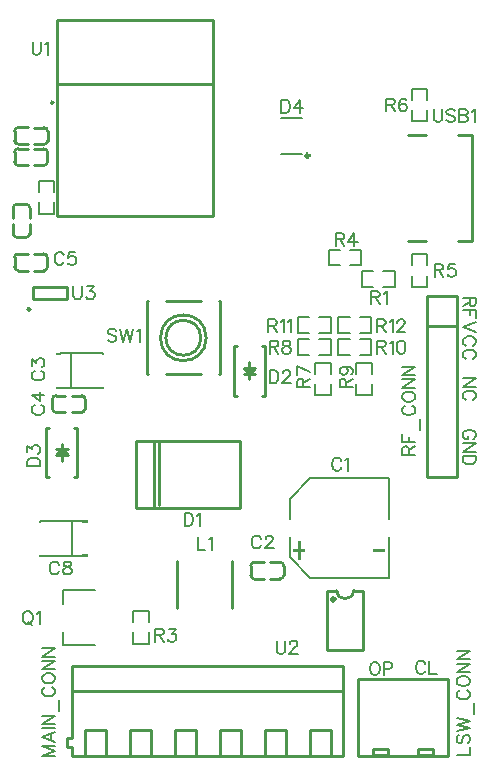
<source format=gto>
G04 Layer: TopSilkscreenLayer*
G04 EasyEDA v6.5.50, 2025-07-27 16:18:48*
G04 6265f8cd8a4c44cf81f9f4f73efdf9d8,5db155e37078497989a25cdeaf243bf5,10*
G04 Gerber Generator version 0.2*
G04 Scale: 100 percent, Rotated: No, Reflected: No *
G04 Dimensions in millimeters *
G04 leading zeros omitted , absolute positions ,4 integer and 5 decimal *
%FSLAX45Y45*%
%MOMM*%

%ADD10C,0.1520*%
%ADD11C,0.1524*%
%ADD12C,0.2540*%
%ADD13C,0.2489*%
%ADD14C,0.3000*%
%ADD15C,0.0196*%

%LPD*%
D10*
X3091256Y1095314D02*
G01*
X3080842Y1090234D01*
X3070428Y1079820D01*
X3065094Y1069406D01*
X3060014Y1053658D01*
X3060014Y1027750D01*
X3065094Y1012256D01*
X3070428Y1001842D01*
X3080842Y991428D01*
X3091256Y986348D01*
X3111830Y986348D01*
X3122244Y991428D01*
X3132658Y1001842D01*
X3137992Y1012256D01*
X3143072Y1027750D01*
X3143072Y1053658D01*
X3137992Y1069406D01*
X3132658Y1079820D01*
X3122244Y1090234D01*
X3111830Y1095314D01*
X3091256Y1095314D01*
X3177362Y1095314D02*
G01*
X3177362Y986348D01*
X3177362Y1095314D02*
G01*
X3224098Y1095314D01*
X3239846Y1090234D01*
X3244926Y1084900D01*
X3250260Y1074486D01*
X3250260Y1058992D01*
X3244926Y1048578D01*
X3239846Y1043498D01*
X3224098Y1038164D01*
X3177362Y1038164D01*
X3528034Y1079253D02*
G01*
X3522700Y1089667D01*
X3512286Y1100081D01*
X3501872Y1105415D01*
X3481044Y1105415D01*
X3470884Y1100081D01*
X3460470Y1089667D01*
X3455136Y1079253D01*
X3450056Y1063759D01*
X3450056Y1037851D01*
X3455136Y1022103D01*
X3460470Y1011689D01*
X3470884Y1001529D01*
X3481044Y996195D01*
X3501872Y996195D01*
X3512286Y1001529D01*
X3522700Y1011689D01*
X3528034Y1022103D01*
X3562324Y1105415D02*
G01*
X3562324Y996195D01*
X3562324Y996195D02*
G01*
X3624554Y996195D01*
X3929463Y2982102D02*
G01*
X3939623Y2987182D01*
X3950037Y2997596D01*
X3955371Y3008010D01*
X3955371Y3028838D01*
X3950037Y3039252D01*
X3939623Y3049666D01*
X3929463Y3054746D01*
X3913715Y3060080D01*
X3887807Y3060080D01*
X3872313Y3054746D01*
X3861899Y3049666D01*
X3851485Y3039252D01*
X3846151Y3028838D01*
X3846151Y3008010D01*
X3851485Y2997596D01*
X3861899Y2987182D01*
X3872313Y2982102D01*
X3887807Y2982102D01*
X3887807Y3008010D02*
G01*
X3887807Y2982102D01*
X3955371Y2947812D02*
G01*
X3846151Y2947812D01*
X3955371Y2947812D02*
G01*
X3846151Y2874914D01*
X3955371Y2874914D02*
G01*
X3846151Y2874914D01*
X3955371Y2840624D02*
G01*
X3846151Y2840624D01*
X3955371Y2840624D02*
G01*
X3955371Y2804302D01*
X3950037Y2788808D01*
X3939623Y2778394D01*
X3929463Y2773314D01*
X3913715Y2767980D01*
X3887807Y2767980D01*
X3872313Y2773314D01*
X3861899Y2778394D01*
X3851485Y2788808D01*
X3846151Y2804302D01*
X3846151Y2840624D01*
X3955272Y4180105D02*
G01*
X3846306Y4180105D01*
X3955272Y4180105D02*
G01*
X3955272Y4133115D01*
X3950192Y4117621D01*
X3944858Y4112541D01*
X3934444Y4107207D01*
X3924284Y4107207D01*
X3913870Y4112541D01*
X3908536Y4117621D01*
X3903456Y4133115D01*
X3903456Y4180105D01*
X3903456Y4143529D02*
G01*
X3846306Y4107207D01*
X3955272Y4072917D02*
G01*
X3846306Y4072917D01*
X3955272Y4072917D02*
G01*
X3955272Y4005353D01*
X3903456Y4072917D02*
G01*
X3903456Y4031515D01*
X3955448Y3970106D02*
G01*
X3846228Y3928450D01*
X3955448Y3886794D02*
G01*
X3846228Y3928450D01*
X3929286Y3774526D02*
G01*
X3939700Y3779860D01*
X3950114Y3790274D01*
X3955448Y3800688D01*
X3955448Y3821516D01*
X3950114Y3831676D01*
X3939700Y3842090D01*
X3929286Y3847424D01*
X3913792Y3852504D01*
X3887884Y3852504D01*
X3872136Y3847424D01*
X3861722Y3842090D01*
X3851308Y3831676D01*
X3846228Y3821516D01*
X3846228Y3800688D01*
X3851308Y3790274D01*
X3861722Y3779860D01*
X3872136Y3774526D01*
X3929286Y3662512D02*
G01*
X3939700Y3667592D01*
X3950114Y3678006D01*
X3955448Y3688420D01*
X3955448Y3709248D01*
X3950114Y3719662D01*
X3939700Y3730076D01*
X3929286Y3735156D01*
X3913792Y3740236D01*
X3887884Y3740236D01*
X3872136Y3735156D01*
X3861722Y3730076D01*
X3851308Y3719662D01*
X3846228Y3709248D01*
X3846228Y3688420D01*
X3851308Y3678006D01*
X3861722Y3667592D01*
X3872136Y3662512D01*
X3955303Y3499947D02*
G01*
X3846337Y3499947D01*
X3955303Y3499947D02*
G01*
X3846337Y3427303D01*
X3955303Y3427303D02*
G01*
X3846337Y3427303D01*
X3929395Y3315035D02*
G01*
X3939809Y3320115D01*
X3950223Y3330529D01*
X3955303Y3340943D01*
X3955303Y3361771D01*
X3950223Y3372185D01*
X3939809Y3382599D01*
X3929395Y3387679D01*
X3913647Y3393013D01*
X3887739Y3393013D01*
X3872245Y3387679D01*
X3861831Y3382599D01*
X3851417Y3372185D01*
X3846337Y3361771D01*
X3846337Y3340943D01*
X3851417Y3330529D01*
X3861831Y3320115D01*
X3872245Y3315035D01*
D11*
X3334661Y2849989D02*
G01*
X3443627Y2849989D01*
X3334661Y2849989D02*
G01*
X3334661Y2896725D01*
X3339741Y2912219D01*
X3345075Y2917553D01*
X3355489Y2922633D01*
X3365903Y2922633D01*
X3376317Y2917553D01*
X3381397Y2912219D01*
X3386477Y2896725D01*
X3386477Y2849989D01*
X3386477Y2886311D02*
G01*
X3443627Y2922633D01*
X3334661Y2956923D02*
G01*
X3443627Y2956923D01*
X3334661Y2956923D02*
G01*
X3334661Y3024487D01*
X3386477Y2956923D02*
G01*
X3386477Y2998579D01*
X3480203Y3058777D02*
G01*
X3480203Y3152249D01*
X3360569Y3264517D02*
G01*
X3350155Y3259437D01*
X3339741Y3249023D01*
X3334661Y3238609D01*
X3334661Y3217781D01*
X3339741Y3207367D01*
X3350155Y3196953D01*
X3360569Y3191873D01*
X3376317Y3186539D01*
X3402225Y3186539D01*
X3417719Y3191873D01*
X3428133Y3196953D01*
X3438547Y3207367D01*
X3443627Y3217781D01*
X3443627Y3238609D01*
X3438547Y3249023D01*
X3428133Y3259437D01*
X3417719Y3264517D01*
X3334661Y3330049D02*
G01*
X3339741Y3319635D01*
X3350155Y3309221D01*
X3360569Y3304141D01*
X3376317Y3298807D01*
X3402225Y3298807D01*
X3417719Y3304141D01*
X3428133Y3309221D01*
X3438547Y3319635D01*
X3443627Y3330049D01*
X3443627Y3350877D01*
X3438547Y3361291D01*
X3428133Y3371705D01*
X3417719Y3376785D01*
X3402225Y3382119D01*
X3376317Y3382119D01*
X3360569Y3376785D01*
X3350155Y3371705D01*
X3339741Y3361291D01*
X3334661Y3350877D01*
X3334661Y3330049D01*
X3334661Y3416409D02*
G01*
X3443627Y3416409D01*
X3334661Y3416409D02*
G01*
X3443627Y3489053D01*
X3334661Y3489053D02*
G01*
X3443627Y3489053D01*
X3334661Y3523343D02*
G01*
X3443627Y3523343D01*
X3334661Y3523343D02*
G01*
X3443627Y3595987D01*
X3334661Y3595987D02*
G01*
X3443627Y3595987D01*
X2769984Y4725316D02*
G01*
X2769984Y4616350D01*
X2769984Y4725316D02*
G01*
X2816720Y4725316D01*
X2832214Y4720236D01*
X2837548Y4714902D01*
X2842628Y4704488D01*
X2842628Y4694074D01*
X2837548Y4683660D01*
X2832214Y4678580D01*
X2816720Y4673500D01*
X2769984Y4673500D01*
X2806306Y4673500D02*
G01*
X2842628Y4616350D01*
X2928988Y4725316D02*
G01*
X2876918Y4652672D01*
X2954896Y4652672D01*
X2928988Y4725316D02*
G01*
X2928988Y4616350D01*
X2817964Y2799412D02*
G01*
X2812630Y2809826D01*
X2802216Y2820240D01*
X2792056Y2825320D01*
X2771228Y2825320D01*
X2760814Y2820240D01*
X2750400Y2809826D01*
X2745066Y2799412D01*
X2739986Y2783664D01*
X2739986Y2757756D01*
X2745066Y2742262D01*
X2750400Y2731848D01*
X2760814Y2721434D01*
X2771228Y2716354D01*
X2792056Y2716354D01*
X2802216Y2721434D01*
X2812630Y2731848D01*
X2817964Y2742262D01*
X2852254Y2804492D02*
G01*
X2862668Y2809826D01*
X2878162Y2825320D01*
X2878162Y2716354D01*
X2137963Y2139411D02*
G01*
X2132629Y2149825D01*
X2122215Y2160239D01*
X2112055Y2165319D01*
X2091227Y2165319D01*
X2080813Y2160239D01*
X2070399Y2149825D01*
X2065065Y2139411D01*
X2059985Y2123663D01*
X2059985Y2097755D01*
X2065065Y2082261D01*
X2070399Y2071847D01*
X2080813Y2061433D01*
X2091227Y2056353D01*
X2112055Y2056353D01*
X2122215Y2061433D01*
X2132629Y2071847D01*
X2137963Y2082261D01*
X2177333Y2139411D02*
G01*
X2177333Y2144491D01*
X2182667Y2154905D01*
X2187747Y2160239D01*
X2198161Y2165319D01*
X2218989Y2165319D01*
X2229403Y2160239D01*
X2234483Y2154905D01*
X2239817Y2144491D01*
X2239817Y2134077D01*
X2234483Y2123663D01*
X2224069Y2108169D01*
X2172253Y2056353D01*
X2244897Y2056353D01*
X220593Y3267966D02*
G01*
X210179Y3262632D01*
X199765Y3252218D01*
X194685Y3242058D01*
X194685Y3221230D01*
X199765Y3210816D01*
X210179Y3200402D01*
X220593Y3195068D01*
X236341Y3189988D01*
X262249Y3189988D01*
X277743Y3195068D01*
X288157Y3200402D01*
X298571Y3210816D01*
X303651Y3221230D01*
X303651Y3242058D01*
X298571Y3252218D01*
X288157Y3262632D01*
X277743Y3267966D01*
X194685Y3354072D02*
G01*
X267329Y3302256D01*
X267329Y3380234D01*
X194685Y3354072D02*
G01*
X303651Y3354072D01*
X467964Y4539429D02*
G01*
X462630Y4549843D01*
X452216Y4560257D01*
X442056Y4565337D01*
X421228Y4565337D01*
X410814Y4560257D01*
X400400Y4549843D01*
X395066Y4539429D01*
X389986Y4523681D01*
X389986Y4497773D01*
X395066Y4482279D01*
X400400Y4471865D01*
X410814Y4461451D01*
X421228Y4456371D01*
X442056Y4456371D01*
X452216Y4461451D01*
X462630Y4471865D01*
X467964Y4482279D01*
X564484Y4565337D02*
G01*
X512668Y4565337D01*
X507334Y4518601D01*
X512668Y4523681D01*
X528162Y4529015D01*
X543656Y4529015D01*
X559404Y4523681D01*
X569818Y4513521D01*
X574898Y4497773D01*
X574898Y4487359D01*
X569818Y4471865D01*
X559404Y4461451D01*
X543656Y4456371D01*
X528162Y4456371D01*
X512668Y4461451D01*
X507334Y4466531D01*
X502254Y4476945D01*
X159082Y2752785D02*
G01*
X268048Y2752785D01*
X159082Y2752785D02*
G01*
X159082Y2789107D01*
X164162Y2804855D01*
X174576Y2815015D01*
X184990Y2820349D01*
X200738Y2825429D01*
X226646Y2825429D01*
X242140Y2820349D01*
X252554Y2815015D01*
X262968Y2804855D01*
X268048Y2789107D01*
X268048Y2752785D01*
X159082Y2870133D02*
G01*
X159082Y2927283D01*
X200738Y2896295D01*
X200738Y2911789D01*
X205818Y2922203D01*
X210898Y2927283D01*
X226646Y2932617D01*
X237060Y2932617D01*
X252554Y2927283D01*
X262968Y2916869D01*
X268048Y2901375D01*
X268048Y2885881D01*
X262968Y2870133D01*
X257888Y2865053D01*
X247474Y2859719D01*
X2309992Y5855312D02*
G01*
X2309992Y5746346D01*
X2309992Y5855312D02*
G01*
X2346314Y5855312D01*
X2362062Y5850232D01*
X2372222Y5839818D01*
X2377556Y5829404D01*
X2382636Y5813656D01*
X2382636Y5787748D01*
X2377556Y5772254D01*
X2372222Y5761840D01*
X2362062Y5751426D01*
X2346314Y5746346D01*
X2309992Y5746346D01*
X2468996Y5855312D02*
G01*
X2416926Y5782668D01*
X2494904Y5782668D01*
X2468996Y5855312D02*
G01*
X2468996Y5746346D01*
X1600004Y2155327D02*
G01*
X1600004Y2046361D01*
X1600004Y2046361D02*
G01*
X1662234Y2046361D01*
X1696524Y2134499D02*
G01*
X1706938Y2139833D01*
X1722686Y2155327D01*
X1722686Y2046361D01*
X151249Y1525303D02*
G01*
X140835Y1520223D01*
X130421Y1509809D01*
X125087Y1499395D01*
X120007Y1483647D01*
X120007Y1457739D01*
X125087Y1442245D01*
X130421Y1431831D01*
X140835Y1421417D01*
X151249Y1416337D01*
X172077Y1416337D01*
X182237Y1421417D01*
X192651Y1431831D01*
X197985Y1442245D01*
X203065Y1457739D01*
X203065Y1483647D01*
X197985Y1499395D01*
X192651Y1509809D01*
X182237Y1520223D01*
X172077Y1525303D01*
X151249Y1525303D01*
X166743Y1436911D02*
G01*
X197985Y1405923D01*
X237355Y1504475D02*
G01*
X247769Y1509809D01*
X263517Y1525303D01*
X263517Y1416337D01*
X3069996Y4235305D02*
G01*
X3069996Y4126339D01*
X3069996Y4235305D02*
G01*
X3116732Y4235305D01*
X3132226Y4230225D01*
X3137560Y4224891D01*
X3142640Y4214477D01*
X3142640Y4204063D01*
X3137560Y4193649D01*
X3132226Y4188569D01*
X3116732Y4183489D01*
X3069996Y4183489D01*
X3106318Y4183489D02*
G01*
X3142640Y4126339D01*
X3176930Y4214477D02*
G01*
X3187344Y4219811D01*
X3203092Y4235305D01*
X3203092Y4126339D01*
X1239989Y1375318D02*
G01*
X1239989Y1266352D01*
X1239989Y1375318D02*
G01*
X1286725Y1375318D01*
X1302219Y1370238D01*
X1307553Y1364904D01*
X1312633Y1354490D01*
X1312633Y1344076D01*
X1307553Y1333662D01*
X1302219Y1328582D01*
X1286725Y1323502D01*
X1239989Y1323502D01*
X1276311Y1323502D02*
G01*
X1312633Y1266352D01*
X1357337Y1375318D02*
G01*
X1414487Y1375318D01*
X1383499Y1333662D01*
X1398993Y1333662D01*
X1409407Y1328582D01*
X1414487Y1323502D01*
X1419821Y1307754D01*
X1419821Y1297340D01*
X1414487Y1281846D01*
X1404073Y1271432D01*
X1388579Y1266352D01*
X1373085Y1266352D01*
X1357337Y1271432D01*
X1352257Y1276512D01*
X1346923Y1286926D01*
X3609992Y4465307D02*
G01*
X3609992Y4356341D01*
X3609992Y4465307D02*
G01*
X3656728Y4465307D01*
X3672222Y4460227D01*
X3677556Y4454893D01*
X3682636Y4444479D01*
X3682636Y4434065D01*
X3677556Y4423651D01*
X3672222Y4418571D01*
X3656728Y4413491D01*
X3609992Y4413491D01*
X3646314Y4413491D02*
G01*
X3682636Y4356341D01*
X3779410Y4465307D02*
G01*
X3727340Y4465307D01*
X3722260Y4418571D01*
X3727340Y4423651D01*
X3743088Y4428985D01*
X3758582Y4428985D01*
X3774076Y4423651D01*
X3784490Y4413491D01*
X3789824Y4397743D01*
X3789824Y4387329D01*
X3784490Y4371835D01*
X3774076Y4361421D01*
X3758582Y4356341D01*
X3743088Y4356341D01*
X3727340Y4361421D01*
X3722260Y4366501D01*
X3716926Y4376915D01*
X3199993Y5865304D02*
G01*
X3199993Y5756338D01*
X3199993Y5865304D02*
G01*
X3246729Y5865304D01*
X3262223Y5860224D01*
X3267557Y5854890D01*
X3272637Y5844476D01*
X3272637Y5834062D01*
X3267557Y5823648D01*
X3262223Y5818568D01*
X3246729Y5813488D01*
X3199993Y5813488D01*
X3236315Y5813488D02*
G01*
X3272637Y5756338D01*
X3369411Y5849810D02*
G01*
X3364077Y5860224D01*
X3348583Y5865304D01*
X3338169Y5865304D01*
X3322675Y5860224D01*
X3312261Y5844476D01*
X3306927Y5818568D01*
X3306927Y5792660D01*
X3312261Y5771832D01*
X3322675Y5761418D01*
X3338169Y5756338D01*
X3343503Y5756338D01*
X3358997Y5761418D01*
X3369411Y5771832D01*
X3374491Y5787326D01*
X3374491Y5792660D01*
X3369411Y5808154D01*
X3358997Y5818568D01*
X3343503Y5823648D01*
X3338169Y5823648D01*
X3322675Y5818568D01*
X3312261Y5808154D01*
X3306927Y5792660D01*
X203093Y6344394D02*
G01*
X203093Y6266416D01*
X208173Y6250922D01*
X218587Y6240508D01*
X234335Y6235428D01*
X244749Y6235428D01*
X260243Y6240508D01*
X270657Y6250922D01*
X275737Y6266416D01*
X275737Y6344394D01*
X310027Y6323566D02*
G01*
X320441Y6328900D01*
X336189Y6344394D01*
X336189Y6235428D01*
X2270000Y1275331D02*
G01*
X2270000Y1197353D01*
X2275080Y1181859D01*
X2285494Y1171445D01*
X2301242Y1166365D01*
X2311656Y1166365D01*
X2327150Y1171445D01*
X2337564Y1181859D01*
X2342644Y1197353D01*
X2342644Y1275331D01*
X2382268Y1249423D02*
G01*
X2382268Y1254503D01*
X2387348Y1264917D01*
X2392682Y1270251D01*
X2403096Y1275331D01*
X2423670Y1275331D01*
X2434084Y1270251D01*
X2439418Y1264917D01*
X2444498Y1254503D01*
X2444498Y1244089D01*
X2439418Y1233675D01*
X2429004Y1218181D01*
X2376934Y1166365D01*
X2449832Y1166365D01*
X549996Y4275310D02*
G01*
X549996Y4197332D01*
X555076Y4181838D01*
X565490Y4171424D01*
X581238Y4166344D01*
X591652Y4166344D01*
X607146Y4171424D01*
X617560Y4181838D01*
X622640Y4197332D01*
X622640Y4275310D01*
X667344Y4275310D02*
G01*
X724494Y4275310D01*
X693506Y4233654D01*
X709000Y4233654D01*
X719414Y4228574D01*
X724494Y4223494D01*
X729828Y4207746D01*
X729828Y4197332D01*
X724494Y4181838D01*
X714080Y4171424D01*
X698586Y4166344D01*
X683092Y4166344D01*
X667344Y4171424D01*
X662264Y4176504D01*
X656930Y4186918D01*
X3599992Y5775294D02*
G01*
X3599992Y5697316D01*
X3605072Y5681822D01*
X3615486Y5671408D01*
X3631234Y5666328D01*
X3641648Y5666328D01*
X3657142Y5671408D01*
X3667556Y5681822D01*
X3672636Y5697316D01*
X3672636Y5775294D01*
X3779824Y5759800D02*
G01*
X3769410Y5770214D01*
X3753662Y5775294D01*
X3733088Y5775294D01*
X3717340Y5770214D01*
X3706926Y5759800D01*
X3706926Y5749386D01*
X3712260Y5738972D01*
X3717340Y5733638D01*
X3727754Y5728558D01*
X3758996Y5718144D01*
X3769410Y5713064D01*
X3774490Y5707730D01*
X3779824Y5697316D01*
X3779824Y5681822D01*
X3769410Y5671408D01*
X3753662Y5666328D01*
X3733088Y5666328D01*
X3717340Y5671408D01*
X3706926Y5681822D01*
X3814114Y5775294D02*
G01*
X3814114Y5666328D01*
X3814114Y5775294D02*
G01*
X3860850Y5775294D01*
X3876344Y5770214D01*
X3881678Y5764880D01*
X3886758Y5754466D01*
X3886758Y5744052D01*
X3881678Y5733638D01*
X3876344Y5728558D01*
X3860850Y5723478D01*
X3814114Y5723478D02*
G01*
X3860850Y5723478D01*
X3876344Y5718144D01*
X3881678Y5713064D01*
X3886758Y5702650D01*
X3886758Y5686902D01*
X3881678Y5676488D01*
X3876344Y5671408D01*
X3860850Y5666328D01*
X3814114Y5666328D01*
X3921048Y5754466D02*
G01*
X3931462Y5759800D01*
X3946956Y5775294D01*
X3946956Y5666328D01*
X220598Y3557965D02*
G01*
X210185Y3552631D01*
X199770Y3542217D01*
X194690Y3532057D01*
X194690Y3511229D01*
X199770Y3500815D01*
X210185Y3490401D01*
X220598Y3485067D01*
X236346Y3479987D01*
X262254Y3479987D01*
X277748Y3485067D01*
X288162Y3490401D01*
X298577Y3500815D01*
X303656Y3511229D01*
X303656Y3532057D01*
X298577Y3542217D01*
X288162Y3552631D01*
X277748Y3557965D01*
X194690Y3602669D02*
G01*
X194690Y3659819D01*
X236346Y3628577D01*
X236346Y3644071D01*
X241427Y3654485D01*
X246506Y3659819D01*
X262254Y3664899D01*
X272669Y3664899D01*
X288162Y3659819D01*
X298577Y3649405D01*
X303656Y3633657D01*
X303656Y3618163D01*
X298577Y3602669D01*
X293496Y3597335D01*
X283082Y3592255D01*
X427969Y1919404D02*
G01*
X422635Y1929818D01*
X412221Y1940232D01*
X402061Y1945312D01*
X381233Y1945312D01*
X370819Y1940232D01*
X360405Y1929818D01*
X355071Y1919404D01*
X349991Y1903656D01*
X349991Y1877748D01*
X355071Y1862254D01*
X360405Y1851840D01*
X370819Y1841426D01*
X381233Y1836346D01*
X402061Y1836346D01*
X412221Y1841426D01*
X422635Y1851840D01*
X427969Y1862254D01*
X488167Y1945312D02*
G01*
X472673Y1940232D01*
X467339Y1929818D01*
X467339Y1919404D01*
X472673Y1908990D01*
X483087Y1903656D01*
X503661Y1898576D01*
X519409Y1893496D01*
X529823Y1883082D01*
X534903Y1872668D01*
X534903Y1856920D01*
X529823Y1846506D01*
X524489Y1841426D01*
X508995Y1836346D01*
X488167Y1836346D01*
X472673Y1841426D01*
X467339Y1846506D01*
X462259Y1856920D01*
X462259Y1872668D01*
X467339Y1883082D01*
X477753Y1893496D01*
X493501Y1898576D01*
X514075Y1903656D01*
X524489Y1908990D01*
X529823Y1919404D01*
X529823Y1929818D01*
X524489Y1940232D01*
X508995Y1945312D01*
X488167Y1945312D01*
X1489994Y2355311D02*
G01*
X1489994Y2246345D01*
X1489994Y2355311D02*
G01*
X1526316Y2355311D01*
X1542064Y2350231D01*
X1552224Y2339817D01*
X1557558Y2329403D01*
X1562638Y2313655D01*
X1562638Y2287747D01*
X1557558Y2272253D01*
X1552224Y2261839D01*
X1542064Y2251425D01*
X1526316Y2246345D01*
X1489994Y2246345D01*
X1596928Y2334483D02*
G01*
X1607342Y2339817D01*
X1623090Y2355311D01*
X1623090Y2246345D01*
X284698Y299991D02*
G01*
X393664Y299991D01*
X284698Y299991D02*
G01*
X393664Y341647D01*
X284698Y383049D02*
G01*
X393664Y341647D01*
X284698Y383049D02*
G01*
X393664Y383049D01*
X284698Y458995D02*
G01*
X393664Y417339D01*
X284698Y458995D02*
G01*
X393664Y500651D01*
X357342Y433087D02*
G01*
X357342Y484903D01*
X284698Y534941D02*
G01*
X393664Y534941D01*
X284698Y569231D02*
G01*
X393664Y569231D01*
X284698Y569231D02*
G01*
X393664Y641875D01*
X284698Y641875D02*
G01*
X393664Y641875D01*
X430240Y676165D02*
G01*
X430240Y769637D01*
X310606Y881905D02*
G01*
X300192Y876571D01*
X289778Y866411D01*
X284698Y855997D01*
X284698Y835169D01*
X289778Y824755D01*
X300192Y814341D01*
X310606Y809261D01*
X326354Y803927D01*
X352262Y803927D01*
X367756Y809261D01*
X378170Y814341D01*
X388584Y824755D01*
X393664Y835169D01*
X393664Y855997D01*
X388584Y866411D01*
X378170Y876571D01*
X367756Y881905D01*
X284698Y947437D02*
G01*
X289778Y937023D01*
X300192Y926609D01*
X310606Y921275D01*
X326354Y916195D01*
X352262Y916195D01*
X367756Y921275D01*
X378170Y926609D01*
X388584Y937023D01*
X393664Y947437D01*
X393664Y968011D01*
X388584Y978425D01*
X378170Y988839D01*
X367756Y994173D01*
X352262Y999253D01*
X326354Y999253D01*
X310606Y994173D01*
X300192Y988839D01*
X289778Y978425D01*
X284698Y968011D01*
X284698Y947437D01*
X284698Y1033543D02*
G01*
X393664Y1033543D01*
X284698Y1033543D02*
G01*
X393664Y1106441D01*
X284698Y1106441D02*
G01*
X393664Y1106441D01*
X284698Y1140731D02*
G01*
X393664Y1140731D01*
X284698Y1140731D02*
G01*
X393664Y1213375D01*
X284698Y1213375D02*
G01*
X393664Y1213375D01*
X3794678Y309994D02*
G01*
X3903644Y309994D01*
X3903644Y309994D02*
G01*
X3903644Y372224D01*
X3810172Y479412D02*
G01*
X3799758Y468998D01*
X3794678Y453504D01*
X3794678Y432676D01*
X3799758Y416928D01*
X3810172Y406514D01*
X3820586Y406514D01*
X3831000Y411848D01*
X3836334Y416928D01*
X3841414Y427342D01*
X3851828Y458584D01*
X3856908Y468998D01*
X3862242Y474078D01*
X3872656Y479412D01*
X3888150Y479412D01*
X3898564Y468998D01*
X3903644Y453504D01*
X3903644Y432676D01*
X3898564Y416928D01*
X3888150Y406514D01*
X3794678Y513702D02*
G01*
X3903644Y539610D01*
X3794678Y565518D02*
G01*
X3903644Y539610D01*
X3794678Y565518D02*
G01*
X3903644Y591680D01*
X3794678Y617588D02*
G01*
X3903644Y591680D01*
X3940220Y651878D02*
G01*
X3940220Y745350D01*
X3820586Y857618D02*
G01*
X3810172Y852284D01*
X3799758Y842124D01*
X3794678Y831710D01*
X3794678Y810882D01*
X3799758Y800468D01*
X3810172Y790054D01*
X3820586Y784974D01*
X3836334Y779640D01*
X3862242Y779640D01*
X3877736Y784974D01*
X3888150Y790054D01*
X3898564Y800468D01*
X3903644Y810882D01*
X3903644Y831710D01*
X3898564Y842124D01*
X3888150Y852284D01*
X3877736Y857618D01*
X3794678Y923150D02*
G01*
X3799758Y912736D01*
X3810172Y902322D01*
X3820586Y896988D01*
X3836334Y891908D01*
X3862242Y891908D01*
X3877736Y896988D01*
X3888150Y902322D01*
X3898564Y912736D01*
X3903644Y923150D01*
X3903644Y943724D01*
X3898564Y954138D01*
X3888150Y964552D01*
X3877736Y969886D01*
X3862242Y974966D01*
X3836334Y974966D01*
X3820586Y969886D01*
X3810172Y964552D01*
X3799758Y954138D01*
X3794678Y943724D01*
X3794678Y923150D01*
X3794678Y1009256D02*
G01*
X3903644Y1009256D01*
X3794678Y1009256D02*
G01*
X3903644Y1082154D01*
X3794678Y1082154D02*
G01*
X3903644Y1082154D01*
X3794678Y1116444D02*
G01*
X3903644Y1116444D01*
X3794678Y1116444D02*
G01*
X3903644Y1189088D01*
X3794678Y1189088D02*
G01*
X3903644Y1189088D01*
X2444678Y3419993D02*
G01*
X2553644Y3419993D01*
X2444678Y3419993D02*
G01*
X2444678Y3466729D01*
X2449758Y3482223D01*
X2455092Y3487557D01*
X2465506Y3492637D01*
X2475920Y3492637D01*
X2486334Y3487557D01*
X2491414Y3482223D01*
X2496494Y3466729D01*
X2496494Y3419993D01*
X2496494Y3456315D02*
G01*
X2553644Y3492637D01*
X2444678Y3599825D02*
G01*
X2553644Y3547755D01*
X2444678Y3526927D02*
G01*
X2444678Y3599825D01*
X2209995Y3815308D02*
G01*
X2209995Y3706342D01*
X2209995Y3815308D02*
G01*
X2256731Y3815308D01*
X2272225Y3810228D01*
X2277559Y3804894D01*
X2282639Y3794480D01*
X2282639Y3784066D01*
X2277559Y3773652D01*
X2272225Y3768572D01*
X2256731Y3763492D01*
X2209995Y3763492D01*
X2246317Y3763492D02*
G01*
X2282639Y3706342D01*
X2343091Y3815308D02*
G01*
X2327343Y3810228D01*
X2322263Y3799814D01*
X2322263Y3789400D01*
X2327343Y3778986D01*
X2337757Y3773652D01*
X2358585Y3768572D01*
X2374079Y3763492D01*
X2384493Y3753078D01*
X2389827Y3742664D01*
X2389827Y3726916D01*
X2384493Y3716502D01*
X2379413Y3711422D01*
X2363665Y3706342D01*
X2343091Y3706342D01*
X2327343Y3711422D01*
X2322263Y3716502D01*
X2316929Y3726916D01*
X2316929Y3742664D01*
X2322263Y3753078D01*
X2332677Y3763492D01*
X2348171Y3768572D01*
X2368999Y3773652D01*
X2379413Y3778986D01*
X2384493Y3789400D01*
X2384493Y3799814D01*
X2379413Y3810228D01*
X2363665Y3815308D01*
X2343091Y3815308D01*
X2804678Y3419993D02*
G01*
X2913644Y3419993D01*
X2804678Y3419993D02*
G01*
X2804678Y3466729D01*
X2809758Y3482223D01*
X2815092Y3487557D01*
X2825506Y3492637D01*
X2835920Y3492637D01*
X2846334Y3487557D01*
X2851414Y3482223D01*
X2856494Y3466729D01*
X2856494Y3419993D01*
X2856494Y3456315D02*
G01*
X2913644Y3492637D01*
X2841000Y3594491D02*
G01*
X2856494Y3589411D01*
X2866908Y3578997D01*
X2872242Y3563503D01*
X2872242Y3558169D01*
X2866908Y3542675D01*
X2856494Y3532261D01*
X2841000Y3526927D01*
X2835920Y3526927D01*
X2820172Y3532261D01*
X2809758Y3542675D01*
X2804678Y3558169D01*
X2804678Y3563503D01*
X2809758Y3578997D01*
X2820172Y3589411D01*
X2841000Y3594491D01*
X2866908Y3594491D01*
X2893070Y3589411D01*
X2908564Y3578997D01*
X2913644Y3563503D01*
X2913644Y3553089D01*
X2908564Y3537341D01*
X2898150Y3532261D01*
X3119993Y3815308D02*
G01*
X3119993Y3706342D01*
X3119993Y3815308D02*
G01*
X3166729Y3815308D01*
X3182223Y3810228D01*
X3187557Y3804894D01*
X3192637Y3794480D01*
X3192637Y3784066D01*
X3187557Y3773652D01*
X3182223Y3768572D01*
X3166729Y3763492D01*
X3119993Y3763492D01*
X3156315Y3763492D02*
G01*
X3192637Y3706342D01*
X3226927Y3794480D02*
G01*
X3237341Y3799814D01*
X3253089Y3815308D01*
X3253089Y3706342D01*
X3318367Y3815308D02*
G01*
X3302873Y3810228D01*
X3292459Y3794480D01*
X3287379Y3768572D01*
X3287379Y3753078D01*
X3292459Y3726916D01*
X3302873Y3711422D01*
X3318367Y3706342D01*
X3328781Y3706342D01*
X3344529Y3711422D01*
X3354943Y3726916D01*
X3360023Y3753078D01*
X3360023Y3768572D01*
X3354943Y3794480D01*
X3344529Y3810228D01*
X3328781Y3815308D01*
X3318367Y3815308D01*
X2199995Y3995308D02*
G01*
X2199995Y3886342D01*
X2199995Y3995308D02*
G01*
X2246731Y3995308D01*
X2262225Y3990228D01*
X2267559Y3984894D01*
X2272639Y3974480D01*
X2272639Y3964066D01*
X2267559Y3953652D01*
X2262225Y3948572D01*
X2246731Y3943492D01*
X2199995Y3943492D01*
X2236317Y3943492D02*
G01*
X2272639Y3886342D01*
X2306929Y3974480D02*
G01*
X2317343Y3979814D01*
X2333091Y3995308D01*
X2333091Y3886342D01*
X2367381Y3974480D02*
G01*
X2377795Y3979814D01*
X2393289Y3995308D01*
X2393289Y3886342D01*
X3120003Y3995315D02*
G01*
X3120003Y3886349D01*
X3120003Y3995315D02*
G01*
X3166739Y3995315D01*
X3182233Y3990235D01*
X3187567Y3984901D01*
X3192647Y3974487D01*
X3192647Y3964073D01*
X3187567Y3953659D01*
X3182233Y3948579D01*
X3166739Y3943499D01*
X3120003Y3943499D01*
X3156325Y3943499D02*
G01*
X3192647Y3886349D01*
X3226937Y3974487D02*
G01*
X3237351Y3979821D01*
X3253099Y3995315D01*
X3253099Y3886349D01*
X3292469Y3969407D02*
G01*
X3292469Y3974487D01*
X3297803Y3984901D01*
X3302883Y3990235D01*
X3313297Y3995315D01*
X3334125Y3995315D01*
X3344539Y3990235D01*
X3349619Y3984901D01*
X3354953Y3974487D01*
X3354953Y3964073D01*
X3349619Y3953659D01*
X3339205Y3938165D01*
X3287389Y3886349D01*
X3360033Y3886349D01*
X2209995Y3565309D02*
G01*
X2209995Y3456343D01*
X2209995Y3565309D02*
G01*
X2246317Y3565309D01*
X2262065Y3560229D01*
X2272225Y3549815D01*
X2277559Y3539401D01*
X2282639Y3523653D01*
X2282639Y3497745D01*
X2277559Y3482251D01*
X2272225Y3471837D01*
X2262065Y3461423D01*
X2246317Y3456343D01*
X2209995Y3456343D01*
X2322263Y3539401D02*
G01*
X2322263Y3544481D01*
X2327343Y3554895D01*
X2332677Y3560229D01*
X2343091Y3565309D01*
X2363665Y3565309D01*
X2374079Y3560229D01*
X2379413Y3554895D01*
X2384493Y3544481D01*
X2384493Y3534067D01*
X2379413Y3523653D01*
X2368999Y3508159D01*
X2316929Y3456343D01*
X2389827Y3456343D01*
X912642Y3899814D02*
G01*
X902228Y3910228D01*
X886734Y3915308D01*
X865906Y3915308D01*
X850412Y3910228D01*
X839998Y3899814D01*
X839998Y3889400D01*
X845078Y3878986D01*
X850412Y3873652D01*
X860826Y3868572D01*
X892068Y3858158D01*
X902228Y3853078D01*
X907562Y3847744D01*
X912642Y3837330D01*
X912642Y3821836D01*
X902228Y3811422D01*
X886734Y3806342D01*
X865906Y3806342D01*
X850412Y3811422D01*
X839998Y3821836D01*
X946932Y3915308D02*
G01*
X973094Y3806342D01*
X999002Y3915308D02*
G01*
X973094Y3806342D01*
X999002Y3915308D02*
G01*
X1024910Y3806342D01*
X1050818Y3915308D02*
G01*
X1024910Y3806342D01*
X1085108Y3894480D02*
G01*
X1095522Y3899814D01*
X1111270Y3915308D01*
X1111270Y3806342D01*
G36*
X3087979Y2051557D02*
G01*
X3087979Y2026666D01*
X3187598Y2026666D01*
X3187598Y2051557D01*
G37*
G36*
X2412390Y2051557D02*
G01*
X2412390Y2026666D01*
X2512009Y2026666D01*
X2512009Y2051557D01*
G37*
G36*
X2449728Y2122119D02*
G01*
X2449728Y1956104D01*
X2474620Y1956104D01*
X2474620Y2122119D01*
G37*
G36*
X399288Y3425951D02*
G01*
X399288Y3404768D01*
X445008Y3404768D01*
X445008Y3425951D01*
G37*
G36*
X399288Y3715207D02*
G01*
X399288Y3694023D01*
X445008Y3694023D01*
X445008Y3715207D01*
G37*
G36*
X624992Y2295245D02*
G01*
X624992Y2274062D01*
X670712Y2274062D01*
X670712Y2295245D01*
G37*
G36*
X624992Y2005939D02*
G01*
X624992Y1984756D01*
X670712Y1984756D01*
X670712Y2005939D01*
G37*
D12*
X3799992Y4189991D02*
G01*
X3799992Y2664993D01*
X3539992Y2664993D01*
X3539992Y4189991D01*
X3799992Y4189991D01*
X3796992Y3935641D02*
G01*
X3542992Y3935641D01*
D11*
X2807373Y4586051D02*
G01*
X2711485Y4586051D01*
X2711485Y4453930D01*
X2807373Y4453930D01*
X2892615Y4586051D02*
G01*
X2988503Y4586051D01*
X2988503Y4453930D01*
X2892615Y4453930D01*
X3220118Y2151755D02*
G01*
X3220118Y1807372D01*
X2553497Y1807372D01*
X2379870Y1980999D01*
X2379870Y2151755D01*
X3220118Y2308235D02*
G01*
X3220118Y2652618D01*
X2553497Y2652618D01*
X2379870Y2478991D01*
X2379870Y2308235D01*
D12*
X2218014Y1940953D02*
G01*
X2298011Y1940953D01*
X2161969Y1940999D02*
G01*
X2081971Y1940999D01*
X2218014Y1798985D02*
G01*
X2298011Y1798985D01*
X2161969Y1799033D02*
G01*
X2081971Y1799033D01*
X2328986Y1909970D02*
G01*
X2328986Y1829965D01*
X2050994Y1830019D02*
G01*
X2050994Y1910021D01*
X481980Y3209036D02*
G01*
X401982Y3209036D01*
X538025Y3208990D02*
G01*
X618022Y3208990D01*
X481980Y3351004D02*
G01*
X401982Y3351004D01*
X538025Y3350955D02*
G01*
X618022Y3350955D01*
X371007Y3240018D02*
G01*
X371007Y3320023D01*
X649000Y3319970D02*
G01*
X649000Y3239968D01*
X218018Y4550948D02*
G01*
X298015Y4550948D01*
X161973Y4550994D02*
G01*
X81975Y4550994D01*
X218018Y4408980D02*
G01*
X298015Y4408980D01*
X161973Y4409028D02*
G01*
X81975Y4409028D01*
X328990Y4519965D02*
G01*
X328990Y4439960D01*
X50998Y4440013D02*
G01*
X50998Y4520016D01*
X218018Y5440946D02*
G01*
X298015Y5440946D01*
X161973Y5440992D02*
G01*
X81975Y5440992D01*
X218018Y5298978D02*
G01*
X298015Y5298978D01*
X161973Y5299026D02*
G01*
X81975Y5299026D01*
X328990Y5409963D02*
G01*
X328990Y5329958D01*
X50998Y5330012D02*
G01*
X50998Y5410014D01*
X50998Y5510011D02*
G01*
X50998Y5590014D01*
X161973Y5479026D02*
G01*
X81975Y5479026D01*
X161973Y5620992D02*
G01*
X81975Y5620992D01*
X219562Y5478444D02*
G01*
X299562Y5478444D01*
X330545Y5509427D02*
G01*
X330545Y5589424D01*
X219562Y5620405D02*
G01*
X299562Y5620405D01*
X449999Y2942381D02*
G01*
X449999Y2794993D01*
X499998Y2894992D02*
G01*
X399999Y2894992D01*
X499998Y2844993D02*
G01*
X449999Y2894992D01*
X399999Y2844993D01*
X499998Y2844993D01*
X342884Y2659994D02*
G01*
X319999Y2659994D01*
X579998Y2659994D02*
G01*
X557113Y2659994D01*
X579998Y3079993D02*
G01*
X579998Y2659994D01*
X557113Y3079993D02*
G01*
X579998Y3079993D01*
X319999Y3079993D02*
G01*
X342884Y3079993D01*
X319999Y2659994D02*
G01*
X319999Y3079993D01*
D11*
X2488915Y5703907D02*
G01*
X2311074Y5703907D01*
X2488915Y5396069D02*
G01*
X2311074Y5396069D01*
D12*
X1424995Y1549996D02*
G01*
X1424995Y1949996D01*
X1894997Y1549996D02*
G01*
X1894997Y1949996D01*
D11*
X730247Y1702628D02*
G01*
X465010Y1702628D01*
X465010Y1587746D01*
X730247Y1237391D02*
G01*
X465010Y1237391D01*
X465010Y1352273D01*
X3172614Y4273930D02*
G01*
X3268502Y4273930D01*
X3268502Y4406051D01*
X3172614Y4406051D01*
X3087372Y4273930D02*
G01*
X2991484Y4273930D01*
X2991484Y4406051D01*
X3087372Y4406051D01*
X1186058Y1432618D02*
G01*
X1186058Y1528505D01*
X1053937Y1528505D01*
X1053937Y1432618D01*
X1186058Y1347376D02*
G01*
X1186058Y1251488D01*
X1053937Y1251488D01*
X1053937Y1347376D01*
X3546053Y4452612D02*
G01*
X3546053Y4548499D01*
X3413932Y4548499D01*
X3413932Y4452612D01*
X3546053Y4367369D02*
G01*
X3546053Y4271482D01*
X3413932Y4271482D01*
X3413932Y4367369D01*
X3546053Y5852609D02*
G01*
X3546053Y5948497D01*
X3413932Y5948497D01*
X3413932Y5852609D01*
X3546053Y5767367D02*
G01*
X3546053Y5671479D01*
X3413932Y5671479D01*
X3413932Y5767367D01*
D12*
X1729999Y4869990D02*
G01*
X1730001Y6529994D01*
X1730001Y5989988D02*
G01*
X409994Y5989988D01*
X409994Y6529992D02*
G01*
X1730001Y6529992D01*
X409996Y4869990D02*
G01*
X409994Y6529992D01*
X409996Y4869990D02*
G01*
X1729999Y4869990D01*
X2699994Y1699996D02*
G01*
X2699994Y1199997D01*
X2999993Y1699996D02*
G01*
X2999993Y1199997D01*
X2699994Y1699996D02*
G01*
X2777337Y1699996D01*
X2999993Y1699996D02*
G01*
X2922623Y1699996D01*
X2999993Y1199997D02*
G01*
X2699994Y1199997D01*
X491190Y4169953D02*
G01*
X211282Y4169953D01*
X211282Y4169953D02*
G01*
X211282Y4270029D01*
X491190Y4270029D01*
X491190Y4169953D01*
X3531420Y5557984D02*
G01*
X3384313Y5557984D01*
X3804528Y4662985D02*
G01*
X3923111Y4662985D01*
X3923111Y5557984D01*
X3804328Y5557984D01*
X3384519Y4662985D02*
G01*
X3531219Y4662985D01*
D11*
X802617Y3412373D02*
G01*
X437380Y3412373D01*
X802617Y3707612D02*
G01*
X437380Y3707612D01*
X529567Y3412373D02*
G01*
X529567Y3707612D01*
X802617Y3412373D02*
G01*
X802617Y3420869D01*
X802617Y3707612D02*
G01*
X802617Y3699116D01*
X267380Y2287615D02*
G01*
X632617Y2287615D01*
X267380Y1992376D02*
G01*
X632617Y1992376D01*
X540430Y2287615D02*
G01*
X540430Y1992376D01*
X267380Y2287615D02*
G01*
X267380Y2279119D01*
X267380Y1992376D02*
G01*
X267380Y2000872D01*
D12*
X1079997Y2964992D02*
G01*
X1959996Y2964992D01*
X1959996Y2394993D01*
X1079997Y2394993D01*
X1079997Y2964992D01*
X1229768Y2949994D02*
G01*
X1229768Y2409995D01*
X1270408Y2949994D02*
G01*
X1270408Y2425994D01*
X2832996Y846762D02*
G01*
X534398Y846762D01*
X546996Y298998D02*
G01*
X534093Y298998D01*
X534093Y372150D01*
X497111Y372150D01*
X497111Y452668D01*
X534398Y452668D01*
X534398Y1060998D01*
X546996Y1060998D02*
G01*
X1308996Y1060998D01*
X1639196Y1060998D01*
X2007496Y1060998D01*
X2832996Y1060998D01*
X2832996Y298998D01*
X2007496Y298998D01*
X2007496Y298998D02*
G01*
X1639196Y298998D01*
X1308996Y298998D01*
X546996Y298998D01*
X1966407Y298998D02*
G01*
X1966407Y516168D01*
X1794601Y516168D01*
X1794601Y298998D01*
X2728407Y298998D02*
G01*
X2728407Y516168D01*
X2556601Y516168D01*
X2556601Y298998D01*
X822799Y298991D02*
G01*
X822799Y516161D01*
X650994Y516161D01*
X650994Y298991D01*
X1203799Y298991D02*
G01*
X1203799Y516163D01*
X1031994Y516163D01*
X1031994Y298991D01*
X1584799Y298991D02*
G01*
X1584799Y516163D01*
X1412994Y516163D01*
X1412994Y298991D01*
X2346799Y298991D02*
G01*
X2346799Y516163D01*
X2174994Y516163D01*
X2174994Y298991D01*
X2958993Y299999D02*
G01*
X2958993Y949998D01*
X2958993Y299999D02*
G01*
X3720993Y299999D01*
X3720993Y299999D02*
G01*
X3720993Y940198D01*
X2958993Y949998D02*
G01*
X3720993Y949998D01*
X3593993Y305198D02*
G01*
X3466993Y305198D01*
X3466993Y355998D01*
X3593993Y355998D01*
X3593993Y305198D01*
X3215533Y305198D02*
G01*
X3088533Y305198D01*
X3088533Y355998D01*
X3215533Y355998D01*
X3215533Y305198D01*
D11*
X2726054Y3532614D02*
G01*
X2726054Y3628501D01*
X2593934Y3628501D01*
X2593934Y3532614D01*
X2726054Y3447371D02*
G01*
X2726054Y3351484D01*
X2593934Y3351484D01*
X2593934Y3447371D01*
X2632616Y3693932D02*
G01*
X2728503Y3693932D01*
X2728503Y3826052D01*
X2632616Y3826052D01*
X2547373Y3693932D02*
G01*
X2451486Y3693932D01*
X2451486Y3826052D01*
X2547373Y3826052D01*
X3076054Y3532614D02*
G01*
X3076054Y3628501D01*
X2943933Y3628501D01*
X2943933Y3532614D01*
X3076054Y3447371D02*
G01*
X3076054Y3351484D01*
X2943933Y3351484D01*
X2943933Y3447371D01*
X2972615Y3693932D02*
G01*
X3068502Y3693932D01*
X3068502Y3826052D01*
X2972615Y3826052D01*
X2887372Y3693932D02*
G01*
X2791485Y3693932D01*
X2791485Y3826052D01*
X2887372Y3826052D01*
X2547373Y4016052D02*
G01*
X2451486Y4016052D01*
X2451486Y3883931D01*
X2547373Y3883931D01*
X2632616Y4016052D02*
G01*
X2728503Y4016052D01*
X2728503Y3883931D01*
X2632616Y3883931D01*
X2972615Y3883931D02*
G01*
X3068502Y3883931D01*
X3068502Y4016052D01*
X2972615Y4016052D01*
X2887372Y3883931D02*
G01*
X2791485Y3883931D01*
X2791485Y4016052D01*
X2887372Y4016052D01*
D12*
X39042Y4858009D02*
G01*
X39042Y4938006D01*
X38996Y4801963D02*
G01*
X38996Y4721966D01*
X181010Y4858009D02*
G01*
X181010Y4938006D01*
X180962Y4801963D02*
G01*
X180962Y4721966D01*
X70025Y4968981D02*
G01*
X150030Y4968981D01*
X149976Y4690988D02*
G01*
X69974Y4690988D01*
X2039995Y3487605D02*
G01*
X2039995Y3634994D01*
X1989996Y3534994D02*
G01*
X2089995Y3534994D01*
X1989996Y3584994D02*
G01*
X2039995Y3534994D01*
X2089995Y3584994D01*
X1989996Y3584994D01*
X2147110Y3769992D02*
G01*
X2169995Y3769992D01*
X1909996Y3769992D02*
G01*
X1932881Y3769992D01*
X1909996Y3349993D02*
G01*
X1909996Y3769992D01*
X1932881Y3349993D02*
G01*
X1909996Y3349993D01*
X2169995Y3349993D02*
G01*
X2147110Y3349993D01*
X2169995Y3769992D02*
G01*
X2169995Y3349993D01*
D11*
X386059Y5072611D02*
G01*
X386059Y5168498D01*
X253939Y5168498D01*
X253939Y5072611D01*
X386059Y4987368D02*
G01*
X386059Y4891481D01*
X253939Y4891481D01*
X253939Y4987368D01*
D12*
X1783105Y4149991D02*
G01*
X1789993Y4149991D01*
X1333119Y4149991D02*
G01*
X1626875Y4149991D01*
X1170000Y4149991D02*
G01*
X1176888Y4149991D01*
X1783105Y3529995D02*
G01*
X1789993Y3529995D01*
X1333119Y3529995D02*
G01*
X1626875Y3529995D01*
X1170000Y3529995D02*
G01*
X1176888Y3529995D01*
X1170000Y3529995D02*
G01*
X1170000Y4149991D01*
X1789993Y3529995D02*
G01*
X1789993Y4149991D01*
G75*
G01*
X2081977Y1799034D02*
G02*
X2050994Y1830019I0J30983D01*
G75*
G01*
X2050994Y1910017D02*
G02*
X2081977Y1940999I30983J0D01*
G75*
G01*
X2298007Y1940954D02*
G02*
X2328987Y1909971I-3J-30983D01*
G75*
G01*
X2328987Y1829973D02*
G02*
X2298007Y1798985I-30983J-5D01*
G75*
G01*
X618018Y3350956D02*
G02*
X649000Y3319970I0J-30983D01*
G75*
G01*
X649000Y3239973D02*
G02*
X618018Y3208990I-30982J0D01*
G75*
G01*
X401988Y3209036D02*
G02*
X371008Y3240019I3J30983D01*
G75*
G01*
X371008Y3320016D02*
G02*
X401988Y3351004I30983J5D01*
G75*
G01*
X81981Y4409029D02*
G02*
X50998Y4440014I0J30982D01*
G75*
G01*
X50998Y4520011D02*
G02*
X81981Y4550994I30983J0D01*
G75*
G01*
X298011Y4550948D02*
G02*
X328991Y4519966I-3J-30982D01*
G75*
G01*
X328991Y4439968D02*
G02*
X298011Y4408980I-30983J-5D01*
G75*
G01*
X81981Y5299027D02*
G02*
X50998Y5330012I0J30983D01*
G75*
G01*
X50998Y5410009D02*
G02*
X81981Y5440992I30983J0D01*
G75*
G01*
X298011Y5440947D02*
G02*
X328991Y5409964I-3J-30983D01*
G75*
G01*
X328991Y5329966D02*
G02*
X298011Y5298978I-30983J-5D01*
G75*
G01*
X330551Y5509428D02*
G02*
X299568Y5478445I-30983J0D01*
G75*
G01*
X299568Y5620410D02*
G02*
X330551Y5589425I0J-30983D01*
G75*
G01*
X81981Y5479026D02*
G02*
X50998Y5510012I0J30983D01*
G75*
G01*
X50998Y5590009D02*
G02*
X81981Y5620992I30983J0D01*
G75*
G01*
X2777338Y1699997D02*
G03*
X2922623Y1699506I72657J3980D01*
D13*
G75*
G01*
X172042Y4067846D02*
G02*
X172296Y4067846I127J12445D01*
D12*
G75*
G01*
X180962Y4721972D02*
G02*
X149977Y4690989I-30983J0D01*
G75*
G01*
X69980Y4690989D02*
G02*
X38997Y4721972I0J30983D01*
G75*
G01*
X39042Y4938001D02*
G02*
X70025Y4968982I30983J-2D01*
G75*
G01*
X150023Y4968982D02*
G02*
X181011Y4938001I5J-30983D01*
D14*
G75*
G01
X2545156Y5383149D02*
G03X2545156Y5383149I-15011J0D01*
D12*
G75*
G01
X380009Y5829986D02*
G03X380009Y5829986I-10008J0D01*
D14*
G75*
G01
X2763418Y1627784D02*
G03X2763418Y1627784I-15011J0D01*
D12*
G75*
G01
X1673860Y3839997D02*
G03X1673860Y3839997I-193853J0D01*
G75*
G01
X1628115Y3839997D02*
G03X1628115Y3839997I-148107J0D01*
M02*

</source>
